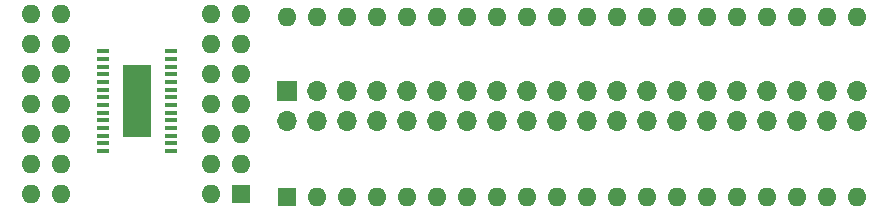
<source format=gbr>
%TF.GenerationSoftware,KiCad,Pcbnew,6.0.11*%
%TF.CreationDate,2024-12-01T18:54:20+01:00*%
%TF.ProjectId,MP6532_board_adapter,4d503635-3332-45f6-926f-6172645f6164,rev?*%
%TF.SameCoordinates,Original*%
%TF.FileFunction,Soldermask,Top*%
%TF.FilePolarity,Negative*%
%FSLAX46Y46*%
G04 Gerber Fmt 4.6, Leading zero omitted, Abs format (unit mm)*
G04 Created by KiCad (PCBNEW 6.0.11) date 2024-12-01 18:54:20*
%MOMM*%
%LPD*%
G01*
G04 APERTURE LIST*
%ADD10R,1.700000X1.700000*%
%ADD11O,1.700000X1.700000*%
%ADD12R,1.100000X0.400000*%
%ADD13R,1.200000X1.542500*%
%ADD14R,1.600000X1.600000*%
%ADD15O,1.600000X1.600000*%
%ADD16O,2.000000X4.500000*%
G04 APERTURE END LIST*
D10*
%TO.C,REF\u002A\u002A*%
X50750000Y-45310000D03*
D11*
X50750000Y-47850000D03*
X53290000Y-45310000D03*
X53290000Y-47850000D03*
X55830000Y-45310000D03*
X55830000Y-47850000D03*
X58370000Y-45310000D03*
X58370000Y-47850000D03*
X60910000Y-45310000D03*
X60910000Y-47850000D03*
X63450000Y-45310000D03*
X63450000Y-47850000D03*
X65990000Y-45310000D03*
X65990000Y-47850000D03*
X68530000Y-45310000D03*
X68530000Y-47850000D03*
X71070000Y-45310000D03*
X71070000Y-47850000D03*
X73610000Y-45310000D03*
X73610000Y-47850000D03*
X76150000Y-45310000D03*
X76150000Y-47850000D03*
X78690000Y-45310000D03*
X78690000Y-47850000D03*
X81230000Y-45310000D03*
X81230000Y-47850000D03*
X83770000Y-45310000D03*
X83770000Y-47850000D03*
X86310000Y-45310000D03*
X86310000Y-47850000D03*
X88850000Y-45310000D03*
X88850000Y-47850000D03*
X91390000Y-45310000D03*
X91390000Y-47850000D03*
X93930000Y-45310000D03*
X93930000Y-47850000D03*
X96470000Y-45310000D03*
X96470000Y-47850000D03*
X99010000Y-45310000D03*
X99010000Y-47850000D03*
%TD*%
D12*
%TO.C,U1*%
X40887991Y-50375250D03*
X40887991Y-49725250D03*
X40887991Y-49075250D03*
X40887991Y-48425250D03*
X40887991Y-47775250D03*
X40887991Y-47125250D03*
X40887991Y-46475250D03*
X40887991Y-45825250D03*
X40887991Y-45175250D03*
X40887991Y-44525250D03*
X40887991Y-43875250D03*
X40887991Y-43225250D03*
X40887991Y-42575250D03*
X40887991Y-41925250D03*
X35187991Y-41925250D03*
X35187991Y-42575250D03*
X35187991Y-43225250D03*
X35187991Y-43875250D03*
X35187991Y-44525250D03*
X35187991Y-45175250D03*
X35187991Y-45825250D03*
X35187991Y-46475250D03*
X35187991Y-47125250D03*
X35187991Y-47775250D03*
X35187991Y-48425250D03*
X35187991Y-49075250D03*
X35187991Y-49725250D03*
X35187991Y-50375250D03*
D13*
X38637991Y-45379000D03*
X38637991Y-43836500D03*
X38637991Y-46921500D03*
X37437991Y-46921500D03*
X38637991Y-48464000D03*
X37437991Y-43836500D03*
X37437991Y-48464000D03*
X37437991Y-45379000D03*
%TD*%
D14*
%TO.C,U2*%
X46809991Y-54039000D03*
D15*
X44269991Y-54039000D03*
X46809991Y-51499000D03*
X44269991Y-51499000D03*
X46809991Y-48959000D03*
X44269991Y-48959000D03*
X46809991Y-46419000D03*
X44269991Y-46419000D03*
X46809991Y-43879000D03*
X44269991Y-43879000D03*
X46809991Y-41339000D03*
X44269991Y-41339000D03*
X46809991Y-38799000D03*
X44269991Y-38799000D03*
X31569991Y-38799000D03*
X29029991Y-38799000D03*
X31569991Y-41339000D03*
X29029991Y-41339000D03*
X31569991Y-43879000D03*
X29029991Y-43879000D03*
X31569991Y-46419000D03*
X29029991Y-46419000D03*
X31569991Y-48959000D03*
X29029991Y-48959000D03*
X31569991Y-51499000D03*
X29029991Y-51499000D03*
X31569991Y-54039000D03*
X29029991Y-54039000D03*
%TD*%
D16*
%TO.C,H20*%
X38037991Y-46109000D03*
%TD*%
D14*
%TO.C,REF\u002A\u002A*%
X50725000Y-54225000D03*
D15*
X53265000Y-54225000D03*
X55805000Y-54225000D03*
X58345000Y-54225000D03*
X60885000Y-54225000D03*
X63425000Y-54225000D03*
X65965000Y-54225000D03*
X68505000Y-54225000D03*
X71045000Y-54225000D03*
X73585000Y-54225000D03*
X76125000Y-54225000D03*
X78665000Y-54225000D03*
X81205000Y-54225000D03*
X83745000Y-54225000D03*
X86285000Y-54225000D03*
X88825000Y-54225000D03*
X91365000Y-54225000D03*
X93905000Y-54225000D03*
X96445000Y-54225000D03*
X98985000Y-54225000D03*
X98985000Y-38985000D03*
X96445000Y-38985000D03*
X93905000Y-38985000D03*
X91365000Y-38985000D03*
X88825000Y-38985000D03*
X86285000Y-38985000D03*
X83745000Y-38985000D03*
X81205000Y-38985000D03*
X78665000Y-38985000D03*
X76125000Y-38985000D03*
X73585000Y-38985000D03*
X71045000Y-38985000D03*
X68505000Y-38985000D03*
X65965000Y-38985000D03*
X63425000Y-38985000D03*
X60885000Y-38985000D03*
X58345000Y-38985000D03*
X55805000Y-38985000D03*
X53265000Y-38985000D03*
X50725000Y-38985000D03*
%TD*%
M02*

</source>
